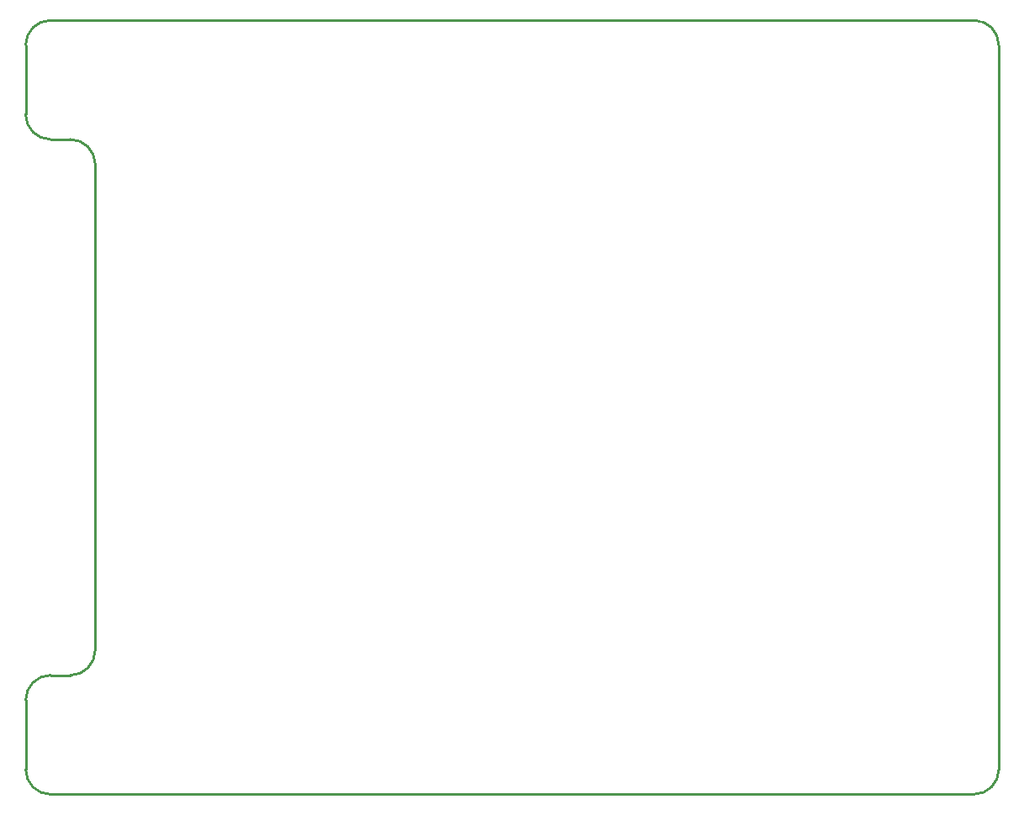
<source format=gm1>
G04*
G04 #@! TF.GenerationSoftware,Altium Limited,Altium Designer,24.1.2 (44)*
G04*
G04 Layer_Color=16711935*
%FSLAX44Y44*%
%MOMM*%
G71*
G04*
G04 #@! TF.SameCoordinates,2EF6C2FC-EFCF-4523-B91F-EB5A1425F999*
G04*
G04*
G04 #@! TF.FilePolarity,Positive*
G04*
G01*
G75*
%ADD13C,0.2540*%
D13*
Y25000D02*
G03*
X25000Y0I25000J0D01*
G01*
Y780000D02*
G03*
X0Y755000I0J-25000D01*
G01*
X25000Y120000D02*
G03*
X0Y95000I0J-25000D01*
G01*
Y685000D02*
G03*
X25000Y660000I25000J0D01*
G01*
X70000Y635000D02*
G03*
X45000Y660000I-25000J0D01*
G01*
Y120000D02*
G03*
X70000Y145000I0J25000D01*
G01*
X955000Y0D02*
G03*
X980000Y25000I0J25000D01*
G01*
Y755000D02*
G03*
X955000Y780000I-25000J0D01*
G01*
X0Y685000D02*
Y755000D01*
Y25000D02*
Y95000D01*
X25000Y120000D02*
X45000D01*
X25000Y660000D02*
X45000D01*
X70000Y145000D02*
Y635000D01*
X25000Y780000D02*
X955000D01*
X25000Y0D02*
X955000D01*
X980000Y25000D02*
Y755000D01*
M02*

</source>
